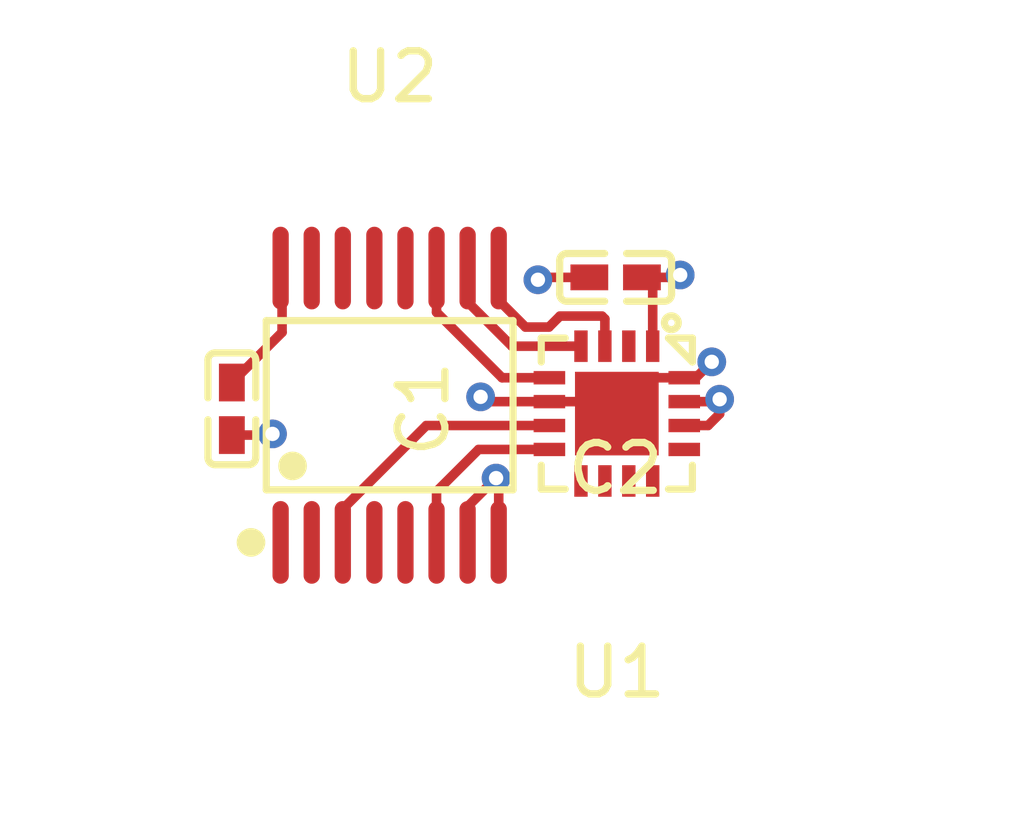
<source format=kicad_pcb>
(kicad_pcb (version 20240108) (generator "pcbnew") (generator_version "8.0")
  (layers (0 "F.Cu" signal) (31 "B.Cu" signal) (34 "B.Paste" user) (35 "F.Paste" user) (36 "B.SilkS" user "B.Silkscreen") (37 "F.SilkS" user "F.Silkscreen") (38 "B.Mask" user) (39 "F.Mask" user) (44 "Edge.Cuts" user))
  (net 0 "")
  (net 1 "INT")
  (net 2 "gpio_expander-net")
  (net 3 "line-4")
  (net 4 "line-9")
  (net 5 "line-5")
  (net 6 "line-8")
  (net 7 "line-3")
  (net 8 "line-2")
  (net 9 "line-7")
  (net 10 "gnd")
  (net 11 "gpio_expander-net-1")
  (net 12 "line")
  (net 13 "hv")
  (net 14 "line-1")
  (net 15 "gpio_expander-net-2")
  (net 16 "Eh")
  (net 17 "line-6")
  (net 18 "S0")
  (net 19 "S2")
  (net 20 "S1")
  (net 21 "A")
  (footprint "atopile:C0402-b3ef17" (layer "F.Cu") (at 137.675 91.775 -90)
    (property "Reference" "C1" (at 0 -4 90) (layer "F.SilkS"))
    (property "Value" "100nF ±10% 16V X7R")
    (fp_line (start -0.23 0.5) (end -1.02 0.5) (stroke (width 0.15)) (layer "F.SilkS"))
    (fp_line (start 0.23 0.5) (end 1.02 0.5) (stroke (width 0.15)) (layer "F.SilkS"))
    (fp_line (start -1.17 0.35) (end -1.17 -0.35) (stroke (width 0.15)) (layer "F.SilkS"))
    (fp_line (start 1.17 0.35) (end 1.17 -0.35) (stroke (width 0.15)) (layer "F.SilkS"))
    (fp_line (start -1.02 -0.5) (end -0.23 -0.5) (stroke (width 0.15)) (layer "F.SilkS"))
    (fp_line (start 1.02 -0.5) (end 0.23 -0.5) (stroke (width 0.15)) (layer "F.SilkS"))
    (fp_arc (start -1.02 0.5) (mid -1.126066 0.456066) (end -1.17 0.35) (stroke (width 0.15)) (layer "F.SilkS"))
    (fp_arc (start 1.17 0.35) (mid 1.126066 0.456066) (end 1.02 0.5) (stroke (width 0.15)) (layer "F.SilkS"))
    (fp_arc (start -1.17 -0.35) (mid -1.126066 -0.456066) (end -1.02 -0.5) (stroke (width 0.15)) (layer "F.SilkS"))
    (fp_arc (start 1.02 -0.5) (mid 1.126066 -0.456066) (end 1.17 -0.35) (stroke (width 0.15)) (layer "F.SilkS"))
    (fp_text user "${REFERENCE}" (at 0 -4 90) (layer "F.SilkS"))
    (pad "1" smd rect (at -0.55 0 270) (size 0.79 0.54) (layers "F.Cu" "F.Paste" "F.Mask") (net 13 "hv"))
    (pad "2" smd rect (at 0.55 0 270) (size 0.79 0.54) (layers "F.Cu" "F.Paste" "F.Mask") (net 10 "gnd"))
  )
  (footprint "atopile:QFN-16_L3.0-W3.0-P0.50-BL-EP1.7-3a4c56" (layer "F.Cu") (at 145.725 91.875 180)
    (property "Reference" "U1" (at 0 -5.41 0) (layer "F.SilkS"))
    (property "Value" "")
    (fp_line (start 1.58 1.58) (end 1.08 1.58) (stroke (width 0.15)) (layer "F.SilkS"))
    (fp_line (start 1.58 1.08) (end 1.58 1.58) (stroke (width 0.15)) (layer "F.SilkS"))
    (fp_line (start 1.58 -1.08) (end 1.58 -1.58) (stroke (width 0.15)) (layer "F.SilkS"))
    (fp_line (start 1.58 -1.58) (end 1.08 -1.58) (stroke (width 0.15)) (layer "F.SilkS"))
    (fp_line (start -1.08 1.58) (end -1.58 1.08) (stroke (width 0.15)) (layer "F.SilkS"))
    (fp_line (start -1.58 1.58) (end -1.08 1.58) (stroke (width 0.15)) (layer "F.SilkS"))
    (fp_line (start -1.58 1.08) (end -1.58 1.58) (stroke (width 0.15)) (layer "F.SilkS"))
    (fp_line (start -1.58 -1.08) (end -1.58 -1.58) (stroke (width 0.15)) (layer "F.SilkS"))
    (fp_line (start -1.58 -1.58) (end -1.08 -1.58) (stroke (width 0.15)) (layer "F.SilkS"))
    (fp_circle (center -1.14 1.9) (end -1.07 1.9) (stroke (width 0.15)) (fill none) (layer "F.SilkS"))
    (fp_text user "${REFERENCE}" (at 0 -5.41 0) (layer "F.SilkS"))
    (pad "1" smd rect (at -0.75 1.41 180) (size 0.28 0.66) (layers "F.Cu" "F.Paste" "F.Mask") (net 13 "hv"))
    (pad "2" smd rect (at -0.25 1.41 180) (size 0.28 0.66) (layers "F.Cu" "F.Paste" "F.Mask") (net 2 "gpio_expander-net"))
    (pad "3" smd rect (at 0.25 1.41 180) (size 0.28 0.66) (layers "F.Cu" "F.Paste" "F.Mask") (net 19 "S2"))
    (pad "4" smd rect (at 0.75 1.41 180) (size 0.28 0.66) (layers "F.Cu" "F.Paste" "F.Mask") (net 20 "S1"))
    (pad "5" smd rect (at 1.41 0.75 180) (size 0.66 0.28) (layers "F.Cu" "F.Paste" "F.Mask") (net 18 "S0"))
    (pad "6" smd rect (at 1.41 0.25 180) (size 0.66 0.28) (layers "F.Cu" "F.Paste" "F.Mask") (net 10 "gnd"))
    (pad "7" smd rect (at 1.41 -0.25 180) (size 0.66 0.28) (layers "F.Cu" "F.Paste" "F.Mask") (net 21 "A"))
    (pad "8" smd rect (at 1.41 -0.75 180) (size 0.66 0.28) (layers "F.Cu" "F.Paste" "F.Mask") (net 16 "Eh"))
    (pad "9" smd rect (at 0.75 -1.41 180) (size 0.28 0.66) (layers "F.Cu" "F.Paste" "F.Mask") (net 11 "gpio_expander-net-1"))
    (pad "10" smd rect (at 0.25 -1.41 180) (size 0.28 0.66) (layers "F.Cu" "F.Paste" "F.Mask") (net 15 "gpio_expander-net-2"))
    (pad "11" smd rect (at -0.25 -1.41 180) (size 0.28 0.66) (layers "F.Cu" "F.Paste" "F.Mask") (net 1 "INT"))
    (pad "12" smd rect (at -0.75 -1.41 180) (size 0.28 0.66) (layers "F.Cu" "F.Paste" "F.Mask") (net 17 "line-6"))
    (pad "13" smd rect (at -1.41 -0.75 180) (size 0.66 0.28) (layers "F.Cu" "F.Paste" "F.Mask") (net 9 "line-7"))
    (pad "14" smd rect (at -1.41 -0.25 180) (size 0.66 0.28) (layers "F.Cu" "F.Paste" "F.Mask") (net 13 "hv"))
    (pad "15" smd rect (at -1.41 0.25 180) (size 0.66 0.28) (layers "F.Cu" "F.Paste" "F.Mask") (net 13 "hv"))
    (pad "16" smd rect (at -1.41 0.75 180) (size 0.66 0.28) (layers "F.Cu" "F.Paste" "F.Mask") (net 10 "gnd"))
    (pad "17" smd rect (at 0 0 180) (size 1.75 1.75) (layers "F.Cu" "F.Paste" "F.Mask") (net 10 "gnd"))
  )
  (footprint "atopile:C0402-b3ef17" (layer "F.Cu") (at 145.7 89.025 180)
    (property "Reference" "C2" (at 0 -4 0) (layer "F.SilkS"))
    (property "Value" "100nF ±10% 16V X7R")
    (fp_line (start 1.17 0.35) (end 1.17 -0.35) (stroke (width 0.15)) (layer "F.SilkS"))
    (fp_line (start 1.02 -0.5) (end 0.23 -0.5) (stroke (width 0.15)) (layer "F.SilkS"))
    (fp_line (start 0.23 0.5) (end 1.02 0.5) (stroke (width 0.15)) (layer "F.SilkS"))
    (fp_line (start -0.23 0.5) (end -1.02 0.5) (stroke (width 0.15)) (layer "F.SilkS"))
    (fp_line (start -1.02 -0.5) (end -0.23 -0.5) (stroke (width 0.15)) (layer "F.SilkS"))
    (fp_line (start -1.17 0.35) (end -1.17 -0.35) (stroke (width 0.15)) (layer "F.SilkS"))
    (fp_arc (start 1.17 0.35) (mid 1.126066 0.456066) (end 1.02 0.5) (stroke (width 0.15)) (layer "F.SilkS"))
    (fp_arc (start 1.02 -0.5) (mid 1.126066 -0.456066) (end 1.17 -0.35) (stroke (width 0.15)) (layer "F.SilkS"))
    (fp_arc (start -1.02 0.5) (mid -1.126066 0.456066) (end -1.17 0.35) (stroke (width 0.15)) (layer "F.SilkS"))
    (fp_arc (start -1.17 -0.35) (mid -1.126066 -0.456066) (end -1.02 -0.5) (stroke (width 0.15)) (layer "F.SilkS"))
    (fp_text user "${REFERENCE}" (at 0 -4 0) (layer "F.SilkS"))
    (pad "1" smd rect (at -0.55 0 180) (size 0.79 0.54) (layers "F.Cu" "F.Paste" "F.Mask") (net 13 "hv"))
    (pad "2" smd rect (at 0.55 0 180) (size 0.79 0.54) (layers "F.Cu" "F.Paste" "F.Mask") (net 10 "gnd"))
  )
  (footprint "atopile:TSSOP-16_L5.0-W4.4-P0.65-LS6.4-BL-4f6acc" (layer "F.Cu") (at 140.975 91.7)
    (property "Reference" "U2" (at 0 -6.87 0) (layer "F.SilkS"))
    (property "Value" "")
    (fp_line (start -2.58 -1.77) (end 2.58 -1.77) (stroke (width 0.15)) (layer "F.SilkS"))
    (fp_line (start -2.58 1.77) (end -2.58 -1.77) (stroke (width 0.15)) (layer "F.SilkS"))
    (fp_line (start 2.58 -1.77) (end 2.58 1.77) (stroke (width 0.15)) (layer "F.SilkS"))
    (fp_line (start 2.58 1.77) (end -2.58 1.77) (stroke (width 0.15)) (layer "F.SilkS"))
    (fp_circle (center -2.9 2.87) (end -2.75 2.87) (stroke (width 0.3)) (fill none) (layer "F.SilkS"))
    (fp_circle (center -2.03 1.27) (end -1.88 1.27) (stroke (width 0.3)) (fill none) (layer "F.SilkS"))
    (fp_text user "${REFERENCE}" (at 0 -6.87 0) (layer "F.SilkS"))
    (pad "1" smd oval (at -2.28 2.87) (size 0.34 1.73) (layers "F.Cu" "F.Paste" "F.Mask") (net 7 "line-3"))
    (pad "2" smd oval (at -1.63 2.87) (size 0.34 1.73) (layers "F.Cu" "F.Paste" "F.Mask") (net 5 "line-5"))
    (pad "3" smd oval (at -0.98 2.87) (size 0.34 1.73) (layers "F.Cu" "F.Paste" "F.Mask") (net 21 "A"))
    (pad "4" smd oval (at -0.32 2.87) (size 0.34 1.73) (layers "F.Cu" "F.Paste" "F.Mask") (net 4 "line-9"))
    (pad "5" smd oval (at 0.33 2.87) (size 0.34 1.73) (layers "F.Cu" "F.Paste" "F.Mask") (net 12 "line"))
    (pad "6" smd oval (at 0.98 2.87) (size 0.34 1.73) (layers "F.Cu" "F.Paste" "F.Mask") (net 16 "Eh"))
    (pad "7" smd oval (at 1.63 2.87) (size 0.34 1.73) (layers "F.Cu" "F.Paste" "F.Mask") (net 10 "gnd"))
    (pad "8" smd oval (at 2.28 2.87) (size 0.34 1.73) (layers "F.Cu" "F.Paste" "F.Mask") (net 10 "gnd"))
    (pad "9" smd oval (at 2.28 -2.87) (size 0.34 1.73) (layers "F.Cu" "F.Paste" "F.Mask") (net 19 "S2"))
    (pad "10" smd oval (at 1.63 -2.87) (size 0.34 1.73) (layers "F.Cu" "F.Paste" "F.Mask") (net 20 "S1"))
    (pad "11" smd oval (at 0.98 -2.87) (size 0.34 1.73) (layers "F.Cu" "F.Paste" "F.Mask") (net 18 "S0"))
    (pad "12" smd oval (at 0.33 -2.87) (size 0.34 1.73) (layers "F.Cu" "F.Paste" "F.Mask") (net 3 "line-4"))
    (pad "13" smd oval (at -0.32 -2.87) (size 0.34 1.73) (layers "F.Cu" "F.Paste" "F.Mask") (net 8 "line-2"))
    (pad "14" smd oval (at -0.98 -2.87) (size 0.34 1.73) (layers "F.Cu" "F.Paste" "F.Mask") (net 6 "line-8"))
    (pad "15" smd oval (at -1.63 -2.87) (size 0.34 1.73) (layers "F.Cu" "F.Paste" "F.Mask") (net 14 "line-1"))
    (pad "16" smd oval (at -2.28 -2.87) (size 0.34 1.73) (layers "F.Cu" "F.Paste" "F.Mask") (net 13 "hv"))
  )
  (segment (start 144.315 91.625) (end 142.976473 91.625) (width 0.2) (layer "F.Cu") (net 10))
  (segment (start 143.255 93.28) (end 143.2 93.225) (width 0.2) (layer "F.Cu") (net 10))
  (segment (start 145.15 89.025) (end 144.125 89.025) (width 0.2) (layer "F.Cu") (net 10))
  (segment (start 143.255 94.57) (end 143.255 93.28) (width 0.2) (layer "F.Cu") (net 10))
  (segment (start 142.605 94.57) (end 142.605 93.82) (width 0.2) (layer "F.Cu") (net 10))
  (segment (start 142.976473 91.625) (end 142.876473 91.525) (width 0.2) (layer "F.Cu") (net 10))
  (segment (start 137.675 92.325) (end 138.5 92.325) (width 0.2) (layer "F.Cu") (net 10))
  (segment (start 145.475 91.625) (end 144.315 91.625) (width 0.2) (layer "F.Cu") (net 10))
  (segment (start 138.5 92.325) (end 138.525 92.3) (width 0.2) (layer "F.Cu") (net 10))
  (segment (start 147.135 91.125) (end 147.377349 91.125) (width 0.2) (layer "F.Cu") (net 10))
  (segment (start 145.725 91.875) (end 146.475 91.125) (width 0.2) (layer "F.Cu") (net 10))
  (segment (start 142.605 93.82) (end 143.2 93.225) (width 0.2) (layer "F.Cu") (net 10))
  (segment (start 145.725 91.875) (end 145.475 91.625) (width 0.2) (layer "F.Cu") (net 10))
  (segment (start 144.125 89.025) (end 144.075 89.075) (width 0.2) (layer "F.Cu") (net 10))
  (segment (start 147.377349 91.125) (end 147.710191 90.792158) (width 0.2) (layer "F.Cu") (net 10))
  (segment (start 146.475 91.125) (end 147.135 91.125) (width 0.2) (layer "F.Cu") (net 10))
  (via (at 147.710191 90.792158) (size 0.6) (drill 0.3) (layers "F.Cu" "B.Cu") (net 10))
  (via (at 144.075 89.075) (size 0.6) (drill 0.3) (layers "F.Cu" "B.Cu") (net 10))
  (via (at 143.2 93.225) (size 0.6) (drill 0.3) (layers "F.Cu" "B.Cu") (net 10))
  (via (at 138.525 92.3) (size 0.6) (drill 0.3) (layers "F.Cu" "B.Cu") (net 10))
  (via (at 142.876473 91.525) (size 0.6) (drill 0.3) (layers "F.Cu" "B.Cu") (net 10))
  (segment (start 147.135 91.625) (end 147.825 91.625) (width 0.2) (layer "F.Cu") (net 13))
  (segment (start 138.725 88.86) (end 138.695 88.83) (width 0.2) (layer "F.Cu") (net 13))
  (segment (start 146.25 89.025) (end 146.475 89.25) (width 0.2) (layer "F.Cu") (net 13))
  (segment (start 146.25 89.025) (end 147 89.025) (width 0.2) (layer "F.Cu") (net 13))
  (segment (start 147.631622 92.125) (end 147.875 91.881622) (width 0.2) (layer "F.Cu") (net 13))
  (segment (start 147.875 91.881622) (end 147.875 91.575) (width 0.2) (layer "F.Cu") (net 13))
  (segment (start 147 89.025) (end 147.05 88.975) (width 0.2) (layer "F.Cu") (net 13))
  (segment (start 146.475 89.25) (end 146.475 90.465) (width 0.2) (layer "F.Cu") (net 13))
  (segment (start 137.675 91.225) (end 138.725 90.175) (width 0.2) (layer "F.Cu") (net 13))
  (segment (start 147.135 92.125) (end 147.631622 92.125) (width 0.2) (layer "F.Cu") (net 13))
  (segment (start 138.725 90.175) (end 138.725 88.86) (width 0.2) (layer "F.Cu") (net 13))
  (segment (start 147.825 91.625) (end 147.875 91.575) (width 0.2) (layer "F.Cu") (net 13))
  (via (at 147.05 88.975) (size 0.6) (drill 0.3) (layers "F.Cu" "B.Cu") (net 13))
  (via (at 147.875 91.575) (size 0.6) (drill 0.3) (layers "F.Cu" "B.Cu") (net 13))
  (segment (start 142.835 92.625) (end 144.315 92.625) (width 0.2) (layer "F.Cu") (net 16))
  (segment (start 141.955 93.505) (end 142.835 92.625) (width 0.2) (layer "F.Cu") (net 16))
  (segment (start 141.955 94.57) (end 141.955 93.505) (width 0.2) (layer "F.Cu") (net 16))
  (segment (start 141.955 89.755) (end 141.955 88.83) (width 0.2) (layer "F.Cu") (net 18))
  (segment (start 144.315 91.125) (end 143.325 91.125) (width 0.2) (layer "F.Cu") (net 18))
  (segment (start 143.325 91.125) (end 141.955 89.755) (width 0.2) (layer "F.Cu") (net 18))
  (segment (start 143.255 89.505) (end 143.255 88.83) (width 0.2) (layer "F.Cu") (net 19))
  (segment (start 144.535 89.835) (end 144.305 90.065) (width 0.2) (layer "F.Cu") (net 19))
  (segment (start 143.815 90.065) (end 143.255 89.505) (width 0.2) (layer "F.Cu") (net 19))
  (segment (start 145.475 90.465) (end 145.475 89.895) (width 0.2) (layer "F.Cu") (net 19))
  (segment (start 144.305 90.065) (end 143.815 90.065) (width 0.2) (layer "F.Cu") (net 19))
  (segment (start 145.415 89.835) (end 144.535 89.835) (width 0.2) (layer "F.Cu") (net 19))
  (segment (start 145.475 89.895) (end 145.415 89.835) (width 0.2) (layer "F.Cu") (net 19))
  (segment (start 142.605 88.83) (end 142.605 89.53968) (width 0.2) (layer "F.Cu") (net 20))
  (segment (start 143.53032 90.465) (end 144.975 90.465) (width 0.2) (layer "F.Cu") (net 20))
  (segment (start 142.605 89.53968) (end 143.53032 90.465) (width 0.2) (layer "F.Cu") (net 20))
  (segment (start 144.315 92.125) (end 141.74032 92.125) (width 0.2) (layer "F.Cu") (net 21))
  (segment (start 141.74032 92.125) (end 139.995 93.87032) (width 0.2) (layer "F.Cu") (net 21))
  (segment (start 139.995 93.87032) (end 139.995 94.57) (width 0.2) (layer "F.Cu") (net 21))
)
</source>
